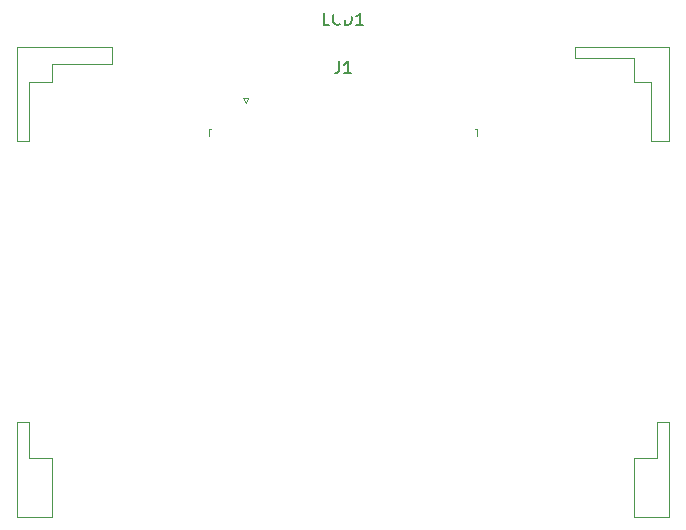
<source format=gbr>
%TF.GenerationSoftware,KiCad,Pcbnew,(5.1.6)-1*%
%TF.CreationDate,2020-12-29T13:13:14+01:00*%
%TF.ProjectId,powertip_lcd_adapter,706f7765-7274-4697-905f-6c63645f6164,rev?*%
%TF.SameCoordinates,Original*%
%TF.FileFunction,Legend,Top*%
%TF.FilePolarity,Positive*%
%FSLAX46Y46*%
G04 Gerber Fmt 4.6, Leading zero omitted, Abs format (unit mm)*
G04 Created by KiCad (PCBNEW (5.1.6)-1) date 2020-12-29 13:13:14*
%MOMM*%
%LPD*%
G01*
G04 APERTURE LIST*
%ADD10C,0.120000*%
%ADD11C,0.150000*%
%ADD12O,1.800000X1.800000*%
%ADD13R,1.800000X1.800000*%
%ADD14C,1.100000*%
%ADD15R,2.400000X3.200000*%
%ADD16R,0.400000X1.200000*%
G04 APERTURE END LIST*
D10*
%TO.C,LCD1*%
X119120000Y-84575000D02*
X120120000Y-84575000D01*
X120120000Y-84575000D02*
X120120000Y-79575000D01*
X120120000Y-79575000D02*
X122120000Y-79575000D01*
X122120000Y-79575000D02*
X122120000Y-78075000D01*
X122120000Y-78075000D02*
X127120000Y-78075000D01*
X127120000Y-78075000D02*
X127120000Y-76575000D01*
X171320000Y-79575000D02*
X172820000Y-79575000D01*
X172820000Y-84575000D02*
X174320000Y-84575000D01*
X172820000Y-79575000D02*
X172820000Y-84575000D01*
X171320000Y-77575000D02*
X171320000Y-79575000D01*
X166320000Y-76575000D02*
X166320000Y-77575000D01*
X166320000Y-77575000D02*
X171320000Y-77575000D01*
X119120000Y-116375000D02*
X122120000Y-116375000D01*
X122120000Y-116375000D02*
X122120000Y-111375000D01*
X122120000Y-111375000D02*
X120120000Y-111375000D01*
X120120000Y-111375000D02*
X120120000Y-108375000D01*
X120120000Y-108375000D02*
X119120000Y-108375000D01*
X171320000Y-116375000D02*
X171320000Y-111375000D01*
X174320000Y-108375000D02*
X173320000Y-108375000D01*
X173320000Y-111375000D02*
X173320000Y-108375000D01*
X173320000Y-111375000D02*
X171320000Y-111375000D01*
X171320000Y-116375000D02*
X174320000Y-116375000D01*
X119120000Y-76575000D02*
X127120000Y-76575000D01*
X119120000Y-108375000D02*
X119120000Y-116375000D01*
X119120000Y-76575000D02*
X119120000Y-84575000D01*
X166320000Y-76575000D02*
X174320000Y-76575000D01*
X174320000Y-76575000D02*
X174320000Y-84575000D01*
X174320000Y-108375000D02*
X174320000Y-116375000D01*
%TO.C,J1*%
X138670000Y-80925000D02*
X138270000Y-80925000D01*
X138470000Y-81325000D02*
X138670000Y-80925000D01*
X138270000Y-80925000D02*
X138470000Y-81325000D01*
X158045000Y-83515000D02*
X158045000Y-84115000D01*
X157935000Y-83515000D02*
X158045000Y-83515000D01*
X135395000Y-83515000D02*
X135395000Y-84115000D01*
X135505000Y-83515000D02*
X135395000Y-83515000D01*
%TO.C,LCD1*%
D11*
X145553333Y-74727380D02*
X145077142Y-74727380D01*
X145077142Y-73727380D01*
X146458095Y-74632142D02*
X146410476Y-74679761D01*
X146267619Y-74727380D01*
X146172380Y-74727380D01*
X146029523Y-74679761D01*
X145934285Y-74584523D01*
X145886666Y-74489285D01*
X145839047Y-74298809D01*
X145839047Y-74155952D01*
X145886666Y-73965476D01*
X145934285Y-73870238D01*
X146029523Y-73775000D01*
X146172380Y-73727380D01*
X146267619Y-73727380D01*
X146410476Y-73775000D01*
X146458095Y-73822619D01*
X146886666Y-74727380D02*
X146886666Y-73727380D01*
X147124761Y-73727380D01*
X147267619Y-73775000D01*
X147362857Y-73870238D01*
X147410476Y-73965476D01*
X147458095Y-74155952D01*
X147458095Y-74298809D01*
X147410476Y-74489285D01*
X147362857Y-74584523D01*
X147267619Y-74679761D01*
X147124761Y-74727380D01*
X146886666Y-74727380D01*
X148410476Y-74727380D02*
X147839047Y-74727380D01*
X148124761Y-74727380D02*
X148124761Y-73727380D01*
X148029523Y-73870238D01*
X147934285Y-73965476D01*
X147839047Y-74013095D01*
%TO.C,J1*%
X146386666Y-77827380D02*
X146386666Y-78541666D01*
X146339047Y-78684523D01*
X146243809Y-78779761D01*
X146100952Y-78827380D01*
X146005714Y-78827380D01*
X147386666Y-78827380D02*
X146815238Y-78827380D01*
X147100952Y-78827380D02*
X147100952Y-77827380D01*
X147005714Y-77970238D01*
X146910476Y-78065476D01*
X146815238Y-78113095D01*
%TD*%
%LPC*%
D12*
%TO.C,J2*%
X118780000Y-73475000D03*
X121320000Y-73475000D03*
X123860000Y-73475000D03*
X126400000Y-73475000D03*
X128940000Y-73475000D03*
X131480000Y-73475000D03*
X134020000Y-73475000D03*
X136560000Y-73475000D03*
X139100000Y-73475000D03*
X141640000Y-73475000D03*
X144180000Y-73475000D03*
X146720000Y-73475000D03*
X149260000Y-73475000D03*
X151800000Y-73475000D03*
X154340000Y-73475000D03*
X156880000Y-73475000D03*
X159420000Y-73475000D03*
X161960000Y-73475000D03*
X164500000Y-73475000D03*
X167040000Y-73475000D03*
X169580000Y-73475000D03*
X172120000Y-73475000D03*
D13*
X174660000Y-73475000D03*
%TD*%
%TO.C,LCD1*%
G36*
G01*
X123608000Y-116781000D02*
X123608000Y-115969000D01*
G75*
G02*
X124014000Y-115563000I406000J0D01*
G01*
X124826000Y-115563000D01*
G75*
G02*
X125232000Y-115969000I0J-406000D01*
G01*
X125232000Y-116781000D01*
G75*
G02*
X124826000Y-117187000I-406000J0D01*
G01*
X124014000Y-117187000D01*
G75*
G02*
X123608000Y-116781000I0J406000D01*
G01*
G37*
G36*
G01*
X168208000Y-116781000D02*
X168208000Y-115969000D01*
G75*
G02*
X168614000Y-115563000I406000J0D01*
G01*
X169426000Y-115563000D01*
G75*
G02*
X169832000Y-115969000I0J-406000D01*
G01*
X169832000Y-116781000D01*
G75*
G02*
X169426000Y-117187000I-406000J0D01*
G01*
X168614000Y-117187000D01*
G75*
G02*
X168208000Y-116781000I0J406000D01*
G01*
G37*
D14*
X120120000Y-113975000D03*
X173320000Y-113975000D03*
X173320000Y-78075000D03*
X120120000Y-78075000D03*
%TD*%
D15*
%TO.C,J1*%
X156640000Y-81825000D03*
X136800000Y-81825000D03*
D16*
X154970000Y-80125000D03*
X154470000Y-80125000D03*
X153970000Y-80125000D03*
X153470000Y-80125000D03*
X152970000Y-80125000D03*
X152470000Y-80125000D03*
X151970000Y-80125000D03*
X151470000Y-80125000D03*
X150970000Y-80125000D03*
X150470000Y-80125000D03*
X149970000Y-80125000D03*
X149470000Y-80125000D03*
X148970000Y-80125000D03*
X148470000Y-80125000D03*
X147970000Y-80125000D03*
X147470000Y-80125000D03*
X146970000Y-80125000D03*
X146470000Y-80125000D03*
X145970000Y-80125000D03*
X145470000Y-80125000D03*
X144970000Y-80125000D03*
X144470000Y-80125000D03*
X143970000Y-80125000D03*
X143470000Y-80125000D03*
X142970000Y-80125000D03*
X142470000Y-80125000D03*
X141970000Y-80125000D03*
X141470000Y-80125000D03*
X140970000Y-80125000D03*
X140470000Y-80125000D03*
X139970000Y-80125000D03*
X139470000Y-80125000D03*
X138970000Y-80125000D03*
X138470000Y-80125000D03*
%TD*%
M02*

</source>
